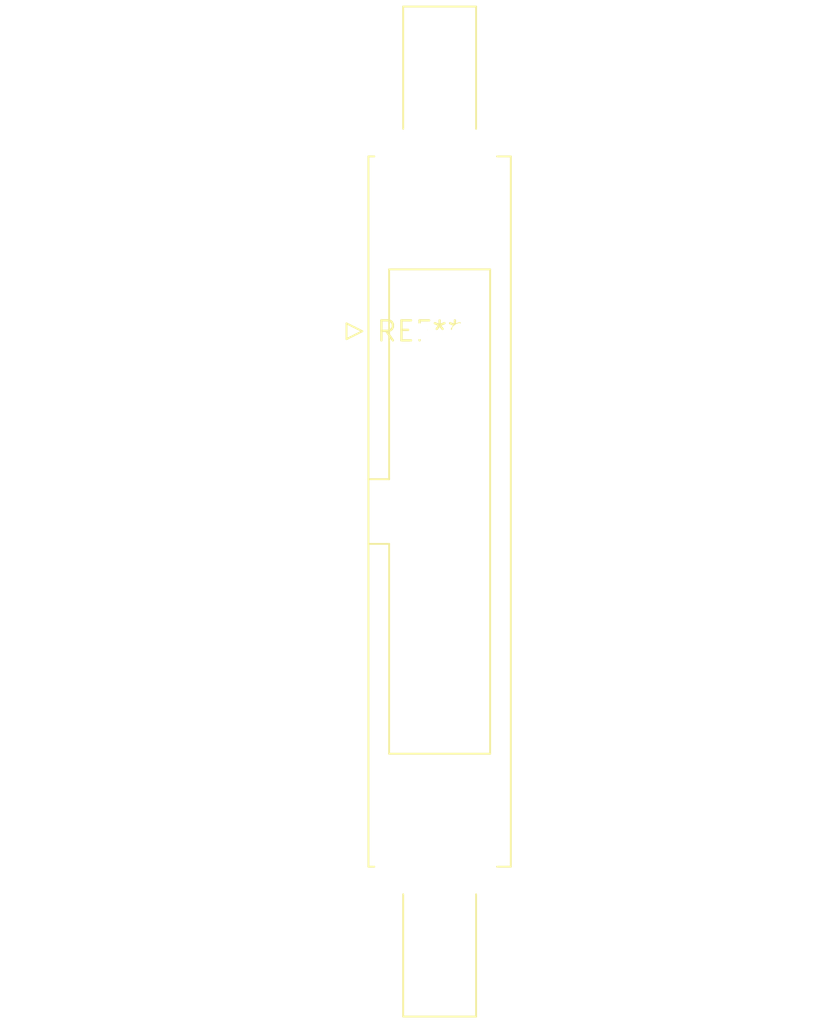
<source format=kicad_pcb>
(kicad_pcb (version 20240108) (generator pcbnew)
  (layers (0 "F.Cu" signal) (31 "B.Cu" signal) (34 "B.Paste" user) (35 "F.Paste" user) (36 "B.SilkS" user "B.Silkscreen") (37 "F.SilkS" user "F.Silkscreen") (38 "B.Mask" user) (39 "F.Mask" user) (44 "Edge.Cuts" user))
  (net 0 "")
  (footprint "IDC-Header_2x10-1MP_P2.54mm_Latch9.5mm_Vertical" (layer "F.Cu") (at 0 0)
    (property "Reference" "REF**")
    (property "Value" "IDC-Header_2x10-1MP_P2.54mm_Latch9.5mm_Vertical")
    (fp_line (start -4.63 -0.5) (end -4.63 0.5) (layer "F.SilkS") (stroke (width 0.12)))
    (fp_line (start -4.63 0.5) (end -3.63 0) (layer "F.SilkS") (stroke (width 0.12)))
    (fp_line (start -3.63 0) (end -4.63 -0.5) (layer "F.SilkS") (stroke (width 0.12)))
    (fp_line (start -3.24 -11.08) (end -3.24 33.94) (layer "F.SilkS") (stroke (width 0.12)))
    (fp_line (start -3.24 9.38) (end -1.93 9.38) (layer "F.SilkS") (stroke (width 0.12)))
    (fp_line (start -3.24 33.94) (end -2.87 33.94) (layer "F.SilkS") (stroke (width 0.12)))
    (fp_line (start -2.87 -11.08) (end -3.24 -11.08) (layer "F.SilkS") (stroke (width 0.12)))
    (fp_line (start -1.93 -3.92) (end 4.47 -3.92) (layer "F.SilkS") (stroke (width 0.12)))
    (fp_line (start -1.93 9.38) (end -1.93 -3.92) (layer "F.SilkS") (stroke (width 0.12)))
    (fp_line (start -1.93 13.48) (end -3.24 13.48) (layer "F.SilkS") (stroke (width 0.12)))
    (fp_line (start -1.93 13.48) (end -1.93 13.48) (layer "F.SilkS") (stroke (width 0.12)))
    (fp_line (start -1.93 26.78) (end -1.93 13.48) (layer "F.SilkS") (stroke (width 0.12)))
    (fp_line (start -1.04 -20.58) (end 3.58 -20.58) (layer "F.SilkS") (stroke (width 0.12)))
    (fp_line (start -1.04 -12.83) (end -1.04 -20.58) (layer "F.SilkS") (stroke (width 0.12)))
    (fp_line (start -1.04 35.69) (end -1.04 43.44) (layer "F.SilkS") (stroke (width 0.12)))
    (fp_line (start -1.04 43.44) (end 3.58 43.44) (layer "F.SilkS") (stroke (width 0.12)))
    (fp_line (start 3.58 -20.58) (end 3.58 -12.83) (layer "F.SilkS") (stroke (width 0.12)))
    (fp_line (start 3.58 43.44) (end 3.58 35.69) (layer "F.SilkS") (stroke (width 0.12)))
    (fp_line (start 4.47 -3.92) (end 4.47 26.78) (layer "F.SilkS") (stroke (width 0.12)))
    (fp_line (start 4.47 26.78) (end -1.93 26.78) (layer "F.SilkS") (stroke (width 0.12)))
    (fp_line (start 4.91 -11.08) (end 5.78 -11.08) (layer "F.SilkS") (stroke (width 0.12)))
    (fp_line (start 5.78 -11.08) (end 5.78 33.94) (layer "F.SilkS") (stroke (width 0.12)))
    (fp_line (start 5.78 33.94) (end 4.91 33.94) (layer "F.SilkS") (stroke (width 0.12)))
    (pad "1" thru_hole roundrect (at 0 0) (size 1.7 1.7) (drill 1) (layers *.Cu *.Mask) (remove_unused_layers) (roundrect_rratio 0.147059))
    (pad "2" thru_hole circle (at 2.54 0) (size 1.7 1.7) (drill 1) (layers *.Cu *.Mask) (remove_unused_layers))
    (pad "3" thru_hole circle (at 0 2.54) (size 1.7 1.7) (drill 1) (layers *.Cu *.Mask) (remove_unused_layers))
    (pad "4" thru_hole circle (at 2.54 2.54) (size 1.7 1.7) (drill 1) (layers *.Cu *.Mask) (remove_unused_layers))
    (pad "5" thru_hole circle (at 0 5.08) (size 1.7 1.7) (drill 1) (layers *.Cu *.Mask) (remove_unused_layers))
    (pad "6" thru_hole circle (at 2.54 5.08) (size 1.7 1.7) (drill 1) (layers *.Cu *.Mask) (remove_unused_layers))
    (pad "7" thru_hole circle (at 0 7.62) (size 1.7 1.7) (drill 1) (layers *.Cu *.Mask) (remove_unused_layers))
    (pad "8" thru_hole circle (at 2.54 7.62) (size 1.7 1.7) (drill 1) (layers *.Cu *.Mask) (remove_unused_layers))
    (pad "9" thru_hole circle (at 0 10.16) (size 1.7 1.7) (drill 1) (layers *.Cu *.Mask) (remove_unused_layers))
    (pad "10" thru_hole circle (at 2.54 10.16) (size 1.7 1.7) (drill 1) (layers *.Cu *.Mask) (remove_unused_layers))
    (pad "11" thru_hole circle (at 0 12.7) (size 1.7 1.7) (drill 1) (layers *.Cu *.Mask) (remove_unused_layers))
    (pad "12" thru_hole circle (at 2.54 12.7) (size 1.7 1.7) (drill 1) (layers *.Cu *.Mask) (remove_unused_layers))
    (pad "13" thru_hole circle (at 0 15.24) (size 1.7 1.7) (drill 1) (layers *.Cu *.Mask) (remove_unused_layers))
    (pad "14" thru_hole circle (at 2.54 15.24) (size 1.7 1.7) (drill 1) (layers *.Cu *.Mask) (remove_unused_layers))
    (pad "15" thru_hole circle (at 0 17.78) (size 1.7 1.7) (drill 1) (layers *.Cu *.Mask) (remove_unused_layers))
    (pad "16" thru_hole circle (at 2.54 17.78) (size 1.7 1.7) (drill 1) (layers *.Cu *.Mask) (remove_unused_layers))
    (pad "17" thru_hole circle (at 0 20.32) (size 1.7 1.7) (drill 1) (layers *.Cu *.Mask) (remove_unused_layers))
    (pad "18" thru_hole circle (at 2.54 20.32) (size 1.7 1.7) (drill 1) (layers *.Cu *.Mask) (remove_unused_layers))
    (pad "19" thru_hole circle (at 0 22.86) (size 1.7 1.7) (drill 1) (layers *.Cu *.Mask) (remove_unused_layers))
    (pad "20" thru_hole circle (at 2.54 22.86) (size 1.7 1.7) (drill 1) (layers *.Cu *.Mask) (remove_unused_layers))
    (pad "MP" thru_hole circle (at 1.02 -8.94) (size 8 8) (drill 2.69) (layers *.Cu *.Mask) (remove_unused_layers))
    (pad "MP" thru_hole circle (at 1.02 31.8) (size 8 8) (drill 2.69) (layers *.Cu *.Mask) (remove_unused_layers))
  )
)
</source>
